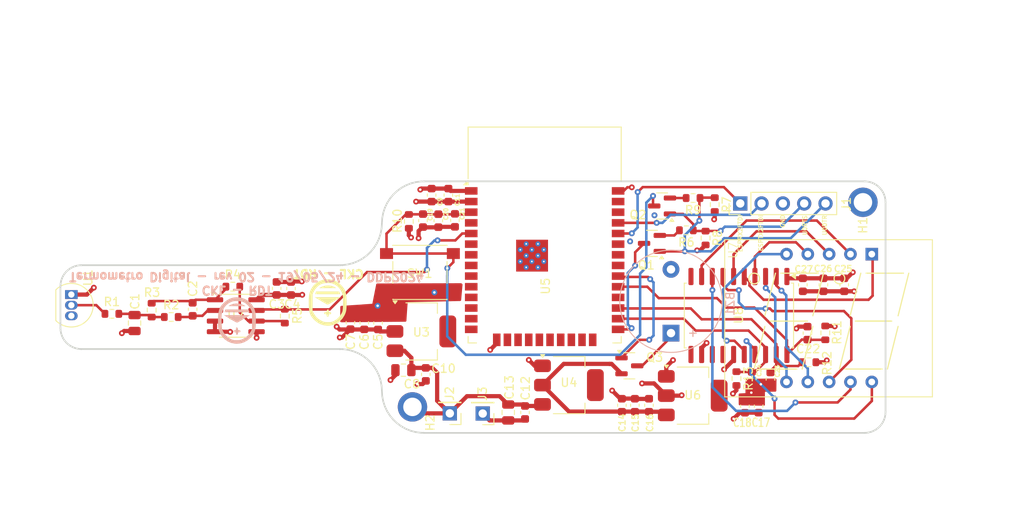
<source format=kicad_pcb>
(kicad_pcb (version 20240108) (generator "pcbnew") (generator_version "8.0")
  (title_block (title "PCB Termometro") (date "2024-05-14") (rev "01") (company "UCU") (comment 1 "Renzo Di Tomasso - Christian Klein"))
  (layers (0 "F.Cu" signal "F.Signal") (1 "In1.Cu" power "GND") (2 "In2.Cu" power "PWR") (31 "B.Cu" signal "B.Signal") (34 "B.Paste" user) (35 "F.Paste" user) (36 "B.SilkS" user "B.Silkscreen") (37 "F.SilkS" user "F.Silkscreen") (38 "B.Mask" user) (39 "F.Mask" user) (44 "Edge.Cuts" user))
  (net 0 "")
  (net 1 "GND")
  (net 2 "Net-(BZ1-+)")
  (net 3 "Net-(C1-Pad1)")
  (net 4 "Net-(U2A--)")
  (net 5 "Net-(C2-Pad1)")
  (net 6 "+5V")
  (net 7 "VDD")
  (net 8 "/BZ")
  (net 9 "/EN")
  (net 10 "/STB")
  (net 11 "/CLK")
  (net 12 "/DIN")
  (net 13 "Net-(Q1-B)")
  (net 14 "/BOOT")
  (net 15 "/U0DTR")
  (net 16 "/U0RTS")
  (net 17 "Net-(Q2-B)")
  (net 18 "/GATEQ3")
  (net 19 "Net-(U1-V_{OUT})")
  (net 20 "Net-(U2B--)")
  (net 21 "/SENSOR_VN")
  (net 28 "/ESPTX2FTDI")
  (net 37 "/ESPRX2FTDI")
  (net 49 "Net-(U7-E)")
  (net 50 "Net-(U7-DP)")
  (net 51 "Net-(U7-C)")
  (net 52 "Net-(U7-DIG1)")
  (net 53 "Net-(U7-F)")
  (net 54 "Net-(U7-DIG2)")
  (net 55 "Net-(U7-D)")
  (net 56 "Net-(U7-B)")
  (net 57 "Net-(U7-A)")
  (net 58 "Net-(U7-G)")
  (net 63 "Net-(J2-Pin_1)")
  (footprint "Resistor_SMD:R_0603_1608Metric" (layer "F.Cu") (at 74.71 90.275 -90)
    (property "Reference" "R10")
    (property "Value" "10k")
  )
  (footprint "Capacitor_SMD:C_0603_1608Metric" (layer "F.Cu") (at 124.1 97.84 -90)
    (property "Reference" "C26")
    (property "Value" "100n" (hide yes))
  )
  (footprint "Package_SO:SOIC-20W_7.5x12.8mm_P1.27mm" (layer "F.Cu") (at 114.035 101.5 -90)
    (property "Reference" "U8")
    (property "Value" "TM1620")
  )
  (footprint "Capacitor_SMD:C_0603_1608Metric" (layer "F.Cu") (at 76.73 108.52 -90)
    (property "Reference" "C10")
    (property "Value" "100n")
  )
  (footprint "Resistor_SMD:R_0603_1608Metric" (layer "F.Cu") (at 59.93 101.58 90)
    (property "Reference" "R5")
    (property "Value" "10k")
  )
  (footprint "Capacitor_SMD:C_0603_1608Metric" (layer "F.Cu") (at 60.67 98.28 90)
    (property "Reference" "C4")
    (property "Value" "100n")
  )
  (footprint "Capacitor_SMD:C_0603_1608Metric" (layer "F.Cu") (at 71.04 102.39 90)
    (property "Reference" "C5")
    (property "Value" "10u")
  )
  (footprint "Resistor_SMD:R_0603_1608Metric" (layer "F.Cu") (at 110.06 92.26 -90)
    (property "Reference" "R8")
    (property "Value" "10k")
  )
  (footprint "Resistor_SMD:R_0603_1608Metric" (layer "F.Cu") (at 39.33 101.3)
    (property "Reference" "R1")
    (property "Value" "820")
  )
  (footprint "Capacitor_SMD:C_0603_1608Metric" (layer "F.Cu") (at 76.39 90.18 -90)
    (property "Reference" "C19")
    (property "Value" "1u")
  )
  (footprint "Capacitor_SMD:C_0603_1608Metric" (layer "F.Cu") (at 58.96 98.27 90)
    (property "Reference" "C3")
    (property "Value" "100n")
  )
  (footprint "Capacitor_SMD:C_0603_1608Metric" (layer "F.Cu") (at 80.2 90.15 -90)
    (property "Reference" "C21")
    (property "Value" "10u")
  )
  (footprint "Resistor_SMD:R_0603_1608Metric" (layer "F.Cu") (at 124.325 103.575 90)
    (property "Reference" "R11")
    (property "Value" "5k6")
  )
  (footprint "Capacitor_SMD:C_0603_1608Metric" (layer "F.Cu") (at 69.395 102.38 90)
    (property "Reference" "C6")
    (property "Value" "100n")
  )
  (footprint "Capacitor_SMD:C_0805_2012Metric" (layer "F.Cu") (at 86.55 113.0625 -90)
    (property "Reference" "C13")
    (property "Value" "47u")
  )
  (footprint "Resistor_SMD:R_0603_1608Metric" (layer "F.Cu") (at 107.77 91.34 180)
    (property "Reference" "R6")
    (property "Value" "10k")
  )
  (footprint "Connector_PinHeader_2.54mm:PinHeader_1x01_P2.54mm_Vertical" (layer "F.Cu") (at 79.59 113.17 180)
    (property "Reference" "J2")
    (property "Value" "Vbat")
  )
  (footprint "Resistor_SMD:R_0603_1608Metric" (layer "F.Cu") (at 108.57 87.49 180)
    (property "Reference" "R9")
    (property "Value" "10k")
  )
  (footprint "Capacitor_SMD:C_0603_1608Metric" (layer "F.Cu") (at 78.22 90.19 -90)
    (property "Reference" "C20")
    (property "Value" "100n")
  )
  (footprint "Resistor_SMD:R_0603_1608Metric" (layer "F.Cu") (at 111.15 88.27 -90)
    (property "Reference" "R7")
    (property "Value" "10k")
  )
  (footprint "Package_TO_SOT_SMD:SOT-23" (layer "F.Cu") (at 100.98 107.5)
    (property "Reference" "Q3")
    (property "Value" "BSS84")
  )
  (footprint "Package_TO_SOT_SMD:SOT-223" (layer "F.Cu") (at 76.2 103.4)
    (property "Reference" "U3")
    (property "Value" "AMS1117-5.0")
  )
  (footprint "obligatorio:DISPLAYLEDS" (layer "F.Cu") (at 125.7 101.58 -90)
    (property "Reference" "U7")
    (property "Value" "SN440502N")
  )
  (footprint "Package_SO:SOIC-8_3.9x4.9mm_P1.27mm" (layer "F.Cu") (at 54.09 101.53)
    (property "Reference" "U2")
    (property "Value" "TL072")
  )
  (footprint "Resistor_SMD:R_0603_1608Metric" (layer "F.Cu") (at 122.375 107.075)
    (property "Reference" "R12")
    (property "Value" "5k6")
  )
  (footprint "Capacitor_SMD:C_0603_1608Metric" (layer "F.Cu") (at 115.57 109.01 -90)
    (property "Reference" "C24")
    (property "Value" "100p")
  )
  (footprint "Connector_PinHeader_2.54mm:PinHeader_1x05_P2.54mm_Vertical" (layer "F.Cu") (at 114.19 88.14 90)
    (property "Reference" "J1")
    (property "Value" "PROG")
  )
  (footprint "Capacitor_SMD:C_0603_1608Metric" (layer "F.Cu") (at 67.75 102.35 90)
    (property "Reference" "C7")
    (property "Value" "10u")
  )
  (footprint "Capacitor_SMD:C_0603_1608Metric" (layer "F.Cu") (at 101.64 112.2 90)
    (property "Reference" "C15")
    (property "Value" "10u")
  )
  (footprint "Package_TO_SOT_SMD:SOT-23" (layer "F.Cu") (at 104.88 88.44 180)
    (property "Reference" "Q2")
    (property "Value" "S8050")
  )
  (footprint "MountingHole:MountingHole_2.2mm_M2_ISO7380_Pad" (layer "F.Cu") (at 75.14 112.4 180)
    (property "Reference" "H2")
    (property "Value" "Vbat")
  )
  (footprint "Capacitor_SMD:C_0603_1608Metric" (layer "F.Cu") (at 116.38 112.31 90)
    (property "Reference" "C17")
    (property "Value" "100n")
  )
  (footprint "Capacitor_SMD:C_0603_1608Metric" (layer "F.Cu") (at 88.55 113.0625 -90)
    (property "Reference" "C12")
    (property "Value" "100n")
  )
  (footprint "Connector_PinHeader_2.54mm:PinHeader_1x01_P2.54mm_Vertical" (layer "F.Cu") (at 83.51 113.19 180)
    (property "Reference" "J3")
    (property "Value" "Gnd")
  )
  (footprint "Capacitor_SMD:C_0603_1608Metric" (layer "F.Cu") (at 126.58 97.84 -90)
    (property "Reference" "C25")
    (property "Value" "10u")
  )
  (footprint "Button_Switch_SMD:SW_SPST_PTS645" (layer "F.Cu") (at 76.03 96.36)
    (property "Reference" "SW1")
    (property "Value" "Reset")
  )
  (footprint "Package_TO_SOT_THT:TO-92_Inline" (layer "F.Cu") (at 34.5 99 -90)
    (property "Reference" "U1")
    (property "Value" "LM35-LP")
  )
  (footprint "MountingHole:MountingHole_2.2mm_M2_ISO7380_Pad" (layer "F.Cu") (at 128.81 88 180)
    (property "Reference" "H1")
    (property "Value" "GND")
  )
  (footprint "Package_TO_SOT_SMD:SOT-223" (layer "F.Cu") (at 93.78 109.8)
    (property "Reference" "U4")
    (property "Value" "AMS1117-5.0")
  )
  (footprint "Package_TO_SOT_SMD:SOT-23" (layer "F.Cu") (at 103.67 92.9 180)
    (property "Reference" "Q1")
    (property "Value" "S8050")
  )
  (footprint "Capacitor_SMD:C_0603_1608Metric" (layer "F.Cu") (at 100.09 112.2 90)
    (property "Reference" "C14")
    (property "Value" "100n")
  )
  (footprint "Resistor_SMD:R_0603_1608Metric" (layer "F.Cu") (at 53.74 98.06)
    (property "Reference" "R4")
    (property "Value" "10k")
  )
  (footprint "Package_TO_SOT_SMD:SOT-223" (layer "F.Cu") (at 108.53 111.0575)
    (property "Reference" "U6")
    (property "Value" "AMS1117-3.3")
  )
  (footprint "Capacitor_SMD:C_0603_1608Metric" (layer "F.Cu") (at 117.79 109.07 -90)
    (property "Reference" "C23")
    (property "Value" "100p")
  )
  (footprint "Capacitor_SMD:C_0603_1608Metric" (layer "F.Cu") (at 77.42 87.14 90)
    (property "Reference" "C9")
    (property "Value" "100n")
  )
  (footprint "Capacitor_SMD:C_0805_2012Metric" (layer "F.Cu") (at 74.06 108.02 180)
    (property "Reference" "C8")
    (property "Value" "47u")
  )
  (footprint "Capacitor_SMD:C_0603_1608Metric" (layer "F.Cu") (at 103.32 112.2 90)
    (property "Reference" "C16")
    (property "Value" "10u")
  )
  (footprint "RF_Module:ESP32-WROOM-32D" (layer "F.Cu") (at 90.89 94.89)
    (property "Reference" "U5")
    (property "Value" "ESP32-WROOM-32E")
  )
  (footprint "Capacitor_SMD:C_0805_2012Metric" (layer "F.Cu") (at 42.03 102.4 -90)
    (property "Reference" "C1")
    (property "Value" "33u")
  )
  (footprint "Resistor_SMD:R_0603_1608Metric" (layer "F.Cu") (at 46.4 101.68)
    (property "Reference" "R2")
    (property "Value" "5k6")
  )
  (footprint "Capacitor_SMD:C_0603_1608Metric" (layer "F.Cu") (at 122.2 103.6 90)
    (property "Reference" "C22")
    (property "Value" "100p")
  )
  (footprint "Capacitor_SMD:C_0603_1608Metric" (layer "F.Cu") (at 114.75 112.32 90)
    (property "Reference" "C18")
    (property "Value" "10u")
  )
  (footprint "Resistor_SMD:R_0603_1608Metric" (layer "F.Cu") (at 113.74 109.02 -90)
    (property "Reference" "R13")
    (property "Value" "5k6")
  )
  (footprint "Capacitor_SMD:C_0603_1608Metric" (layer "F.Cu") (at 48.95 100.76 -90)
    (property "Reference" "C2")
    (property "Value" "680n")
  )
  (footprint "Capacitor_SMD:C_0603_1608Metric" (layer "F.Cu") (at 79.42 87.14 90)
    (property "Reference" "C11")
    (property "Value" "10u")
  )
  (footprint "Capacitor_SMD:C_0603_1608Metric" (layer "F.Cu") (at 121.65 97.84 -90)
    (property "Reference" "C27")
    (property "Value" "10u")
  )
  (footprint "LogoUCU:logoUCU" (layer "F.Cu") (at 65.06321 99.989782 180)
    (property "Reference" "G***" (hide yes))
    (property "Value" "LOGO" (hide yes))
  )
  (footprint "Resistor_SMD:R_0603_1608Metric" (layer "F.Cu") (at 44.07 100.86 90)
    (property "Reference" "R3")
    (property "Value" "8k2")
  )
  (footprint "Buzzer_Beeper:Buzzer_12x9.5RM7.6" (layer "B.Cu") (at 105.94 103.6 90)
    (property "Reference" "BZ1")
    (property "Value" "Buzzer")
  )
  (footprint "LogoUCU:logoUCU" (layer "B.Cu") (at 54.205124 102.139782)
    (property "Reference" "G***" (hide yes))
    (property "Value" "LOGO" (hide yes))
  )
  (gr_line (start 68.0451 105.74471) (end 68.6289 105.97586) (stroke (width 0.2)) (layer "Edge.Cuts"))
  (gr_line (start 73.8209 86.2784) (end 73.3129 86.6474) (stroke (width 0.2)) (layer "Edge.Cuts"))
  (gr_line (start 71.5394 111.1267) (end 71.6571 111.7434) (stroke (width 0.2)) (layer "Edge.Cuts"))
  (gr_line (start 71.8511 112.3406) (end 72.1185 112.9088) (stroke (width 0.2)) (layer "Edge.Cuts"))
  (gr_line (start 71.4606 91.12668) (end 71.3429 91.74345) (stroke (width 0.2)) (layer "Edge.Cuts"))
  (gr_line (start 34.36123 95.88919) (end 34.107233 96.07373) (stroke (width 0.2)) (layer "Edge.Cuts"))
  (gr_line (start 35.7008 105.5) (end 66.5 105.5) (stroke (width 0.2)) (layer "Edge.Cuts"))
  (gr_line (start 33.678248 96.53055) (end 33.510019 96.79562) (stroke (width 0.2)) (layer "Edge.Cuts"))
  (gr_line (start 66.5 95.5) (end 35.7008 95.5) (stroke (width 0.2)) (layer "Edge.Cuts"))
  (gr_line (start 131.0241 86.5305) (end 130.824 86.2886) (stroke (width 0.2)) (layer "Edge.Cuts"))
  (gr_line (start 75.5631 85.5886) (end 74.9549 85.7447) (stroke (width 0.2)) (layer "Edge.Cuts"))
  (gr_line (start 33.878367 104.71136) (end 34.107233 104.92627) (stroke (width 0.2)) (layer "Edge.Cuts"))
  (gr_line (start 35.7008 105.49506) (end 35.7008 105.5) (stroke (width 0.2)) (layer "Edge.Cuts"))
  (gr_line (start 69.1791 94.72165) (end 68.6289 95.02414) (stroke (width 0.2)) (layer "Edge.Cuts"))
  (gr_line (start 66.8139 95.49014) (end 66.5 95.49014) (stroke (width 0.2)) (layer "Edge.Cuts"))
  (gr_line (start 130.066 115.2621) (end 130.3412 115.1108) (stroke (width 0.2)) (layer "Edge.Cuts"))
  (gr_line (start 130.5951 86.0737) (end 130.3412 85.8892) (stroke (width 0.2)) (layer "Edge.Cuts"))
  (gr_line (start 129 115.5) (end 129 115.4951) (stroke (width 0.2)) (layer "Edge.Cuts"))
  (gr_line (start 66.5 105.50986) (end 66.8139 105.50986) (stroke (width 0.2)) (layer "Edge.Cuts"))
  (gr_line (start 131.1924 86.7956) (end 131.0241 86.5305) (stroke (width 0.2)) (layer "Edge.Cuts"))
  (gr_line (start 76.5 85.5099) (end 76.186 85.5099) (stroke (width 0.2)) (layer "Edge.Cuts"))
  (gr_line (start 72.8551 87.0773) (end 72.4549 87.5611) (stroke (width 0.2)) (layer "Edge.Cuts"))
  (gr_line (start 33.2008 103) (end 33.220499 103.31332) (stroke (width 0.2)) (layer "Edge.Cuts"))
  (gr_line (start 76.5 85.5) (end 76.5 85.5099) (stroke (width 0.2)) (layer "Edge.Cuts"))
  (gr_line (start 74.9549 85.7447) (end 74.3711 85.9759) (stroke (width 0.2)) (layer "Edge.Cuts"))
  (gr_line (start 33.376352 97.0797) (end 33.279337 97.37828) (stroke (width 0.2)) (layer "Edge.Cuts"))
  (gr_line (start 74.3711 85.9759) (end 73.8209 86.2784) (stroke (width 0.2)) (layer "Edge.Cuts"))
  (gr_line (start 70.1448 107.07726) (end 70.5451 107.56107) (stroke (width 0.2)) (layer "Edge.Cuts"))
  (gr_line (start 33.678248 104.46945) (end 33.878367 104.71136) (stroke (width 0.2)) (layer "Edge.Cuts"))
  (gr_line (start 68.0451 95.25529) (end 67.4369 95.41144) (stroke (width 0.2)) (layer "Edge.Cuts"))
  (gr_line (start 130.824 114.7114) (end 131.0241 114.4695) (stroke (width 0.2)) (layer "Edge.Cuts"))
  (gr_line (start 131.423 87.3783) (end 131.326 87.0797) (stroke (width 0.2)) (layer "Edge.Cuts"))
  (gr_line (start 34.107233 104.92627) (end 34.36123 105.11081) (stroke (width 0.2)) (layer "Edge.Cuts"))
  (gr_line (start 71.8511 88.6594) (end 71.6571 89.2566) (stroke (width 0.2)) (layer "Edge.Cuts"))
  (gr_line (start 72.8551 113.9227) (end 73.3129 114.3526) (stroke (width 0.2)) (layer "Edge.Cuts"))
  (gr_line (start 34.63635 105.26205) (end 34.92825 105.37764) (stroke (width 0.2)) (layer "Edge.Cuts"))
  (gr_line (start 68.6289 105.97586) (end 69.1791 106.27835) (stroke (width 0.2)) (layer "Edge.Cuts"))
  (gr_line (start 71.6571 89.2566) (end 71.5394 89.8733) (stroke (width 0.2)) (layer "Edge.Cuts"))
  (gr_line (start 131.326 87.0797) (end 131.1924 86.7956) (stroke (width 0.2)) (layer "Edge.Cuts"))
  (gr_line (start 131.423 113.6217) (end 131.4819 113.3133) (stroke (width 0.2)) (layer "Edge.Cuts"))
  (gr_line (start 130.3412 85.8892) (end 130.066 85.7379) (stroke (width 0.2)) (layer "Edge.Cuts"))
  (gr_line (start 33.279337 97.37828) (end 33.220499 97.68668) (stroke (width 0.2)) (layer "Edge.Cuts"))
  (gr_line (start 68.6289 95.02414) (end 68.0451 95.25529) (stroke (width 0.2)) (layer "Edge.Cuts"))
  (gr_line (start 70.8815 92.90878) (end 70.5451 93.43893) (stroke (width 0.2)) (layer "Edge.Cuts"))
  (gr_line (start 34.63635 95.73795) (end 34.36123 95.88919) (stroke (width 0.2)) (layer "Edge.Cuts"))
  (gr_line (start 33.220499 103.31332) (end 33.279337 103.62172) (stroke (width 0.2)) (layer "Edge.Cuts"))
  (gr_line (start 129.1586 115.4951) (end 129.47 115.4557) (stroke (width 0.2)) (layer "Edge.Cuts"))
  (gr_line (start 73.3129 114.3526) (end 73.8209 114.7216) (stroke (width 0.2)) (layer "Edge.Cuts"))
  (gr_line (start 70.1448 93.92274) (end 69.6871 94.35257) (stroke (width 0.2)) (layer "Edge.Cuts"))
  (gr_line (start 76.186 85.5099) (end 75.5631 85.5886) (stroke (width 0.2)) (layer "Edge.Cuts"))
  (gr_line (start 33.878367 96.28864) (end 33.678248 96.53055) (stroke (width 0.2)) (layer "Edge.Cuts"))
  (gr_line (start 74.9549 115.2553) (end 75.5631 115.4114) (stroke (width 0.2)) (layer "Edge.Cuts"))
  (gr_line (start 66.5 95.49014) (end 66.5 95.5) (stroke (width 0.2)) (layer "Edge.Cuts"))
  (gr_line (start 72.1185 112.9088) (end 72.4549 113.4389) (stroke (width 0.2)) (layer "Edge.Cuts"))
  (gr_line (start 67.4369 105.58856) (end 68.0451 105.74471) (stroke (width 0.2)) (layer "Edge.Cuts"))
  (gr_line (start 129.47 115.4557) (end 129.7741 115.3776) (stroke (width 0.2)) (layer "Edge.Cuts"))
  (gr_line (start 130.824 86.2886) (end 130.5951 86.0737) (stroke (width 0.2)) (layer "Edge.Cuts"))
  (gr_line (start 131.326 113.9203) (end 131.423 113.6217) (stroke (width 0.2)) (layer "Edge.Cuts"))
  (gr_line (start 71.4606 109.87332) (end 71.5394 111.1267) (stroke (width 0.2)) (layer "Edge.Cuts"))
  (gr_line (start 130.5951 114.9263) (end 130.824 114.7114) (stroke (width 0.2)) (layer "Edge.Cuts"))
  (gr_line (start 35.23234 105.4557) (end 35.54382 105.49506) (stroke (width 0.2)) (layer "Edge.Cuts"))
  (gr_line (start 131.4819 113.3133) (end 131.5016 113) (stroke (width 0.2)) (layer "Edge.Cuts"))
  (gr_line (start 131.0241 114.4695) (end 131.1924 114.2044) (stroke (width 0.2)) (layer "Edge.Cuts"))
  (gr_line (start 35.7008 95.5) (end 35.7008 95.50494) (stroke (width 0.2)) (layer "Edge.Cuts"))
  (gr_line (start 129.7741 85.6224) (end 129.47 85.5443) (stroke (width 0.2)) (layer "Edge.Cuts"))
  (gr_line (start 33.510019 96.79562) (end 33.376352 97.0797) (stroke (width 0.2)) (layer "Edge.Cuts"))
  (gr_line (start 33.2008 98) (end 33.2008 103) (stroke (width 0.2)) (layer "Edge.Cuts"))
  (gr_line (start 34.92825 105.37764) (end 35.23234 105.4557) (stroke (width 0.2)) (layer "Edge.Cuts"))
  (gr_line (start 129 115.4951) (end 129.1586 115.4951) (stroke (width 0.2)) (layer "Edge.Cuts"))
  (gr_line (start 131.5016 88) (end 131.4819 87.6867) (stroke (width 0.2)) (layer "Edge.Cuts"))
  (gr_line (start 130.3412 115.1108) (end 130.5951 114.9263) (stroke (width 0.2)) (layer "Edge.Cuts"))
  (gr_line (start 76.5 115.5) (end 129 115.5) (stroke (width 0.2)) (layer "Edge.Cuts"))
  (gr_line (start 71.1489 92.34064) (end 70.8815 92.90878) (stroke (width 0.2)) (layer "Edge.Cuts"))
  (gr_line (start 35.7008 95.50494) (end 35.54382 95.50494) (stroke (width 0.2)) (layer "Edge.Cuts"))
  (gr_line (start 75.5631 115.4114) (end 76.186 115.4901) (stroke (width 0.2)) (layer "Edge.Cuts"))
  (gr_line (start 76.186 115.4901) (end 76.5 115.4901) (stroke (width 0.2)) (layer "Edge.Cuts"))
  (gr_line (start 66.5 105.5) (end 66.5 105.50986) (stroke (width 0.2)) (layer "Edge.Cuts"))
  (gr_line (start 71.3429 91.74345) (end 71.1489 92.34064) (stroke (width 0.2)) (layer "Edge.Cuts"))
  (gr_line (start 70.5451 93.43893) (end 70.1448 93.92274) (stroke (width 0.2)) (layer "Edge.Cuts"))
  (gr_line (start 69.6871 94.35257) (end 69.1791 94.72165) (stroke (width 0.2)) (layer "Edge.Cuts"))
  (gr_line (start 70.8815 108.09122) (end 71.1489 108.65936) (stroke (width 0.2)) (layer "Edge.Cuts"))
  (gr_line (start 33.376352 103.9203) (end 33.510019 104.20438) (stroke (width 0.2)) (layer "Edge.Cuts"))
  (gr_line (start 69.6871 106.64743) (end 70.1448 107.07726) (stroke (width 0.2)) (layer "Edge.Cuts"))
  (gr_line (start 129 85.5) (end 76.5 85.5) (stroke (width 0.2)) (layer "Edge.Cuts"))
  (gr_line (start 33.279337 103.62172) (end 33.376352 103.9203) (stroke (width 0.2)) (layer "Edge.Cuts"))
  (gr_line (start 73.3129 86.6474) (end 72.8551 87.0773) (stroke (width 0.2)) (layer "Edge.Cuts"))
  (gr_line (start 70.5451 107.56107) (end 70.8815 108.09122) (stroke (width 0.2)) (layer "Edge.Cuts"))
  (gr_line (start 72.4549 87.5611) (end 72.1185 88.0912) (stroke (width 0.2)) (layer "Edge.Cuts"))
  (gr_line (start 66.8139 105.50986) (end 67.4369 105.58856) (stroke (width 0.2)) (layer "Edge.Cuts"))
  (gr_line (start 74.3711 115.0241) (end 74.9549 115.2553) (stroke (width 0.2)) (layer "Edge.Cuts"))
  (gr_line (start 129.47 85.5443) (end 129.1586 85.5049) (stroke (width 0.2)) (layer "Edge.Cuts"))
  (gr_line (start 69.1791 106.27835) (end 69.6871 106.64743) (stroke (width 0.2)) (layer "Edge.Cuts"))
  (gr_line (start 76.5 115.4901) (end 76.5 115.5) (stroke (width 0.2)) (layer "Edge.Cuts"))
  (gr_line (start 71.1489 108.65936) (end 71.3429 109.25655) (stroke (width 0.2)) (layer "Edge.Cuts"))
  (gr_line (start 71.3429 109.25655) (end 71.4606 109.87332) (stroke (width 0.2)) (layer "Edge.Cuts"))
  (gr_line (start 34.92825 95.62236) (end 34.63635 95.73795) (stroke (width 0.2)) (layer "Edge.Cuts"))
  (gr_line (start 129 85.5049) (end 129 85.5) (stroke (width 0.2)) (layer "Edge.Cuts"))
  (gr_line (start 131.4819 87.6867) (end 131.423 87.3783) (stroke (width 0.2)) (layer "Edge.Cuts"))
  (gr_line (start 71.6571 111.7434) (end 71.8511 112.3406) (stroke (width 0.2)) (layer "Edge.Cuts"))
  (gr_line (start 71.5394 89.8733) (end 71.4606 91.12668) (stroke (width 0.2)) (layer "Edge.Cuts"))
  (gr_line (start 129.7741 115.3776) (end 130.066 115.2621) (stroke (width 0.2)) (layer "Edge.Cuts"))
  (gr_line (start 33.220499 97.68668) (end 33.2008 98) (stroke (width 0.2)) (layer "Edge.Cuts"))
  (gr_line (start 73.8209 114.7216) (end 74.3711 115.0241) (stroke (width 0.2)) (layer "Edge.Cuts"))
  (gr_line (start 35.54382 105.49506) (end 35.7008 105.49506) (stroke (width 0.2)) (layer "Edge.Cuts"))
  (gr_line (start 131.1924 114.2044) (end 131.326 113.9203) (stroke (width 0.2)) (layer "Edge.Cuts"))
  (gr_line (start 34.36123 105.11081) (end 34.63635 105.26205) (stroke (width 0.2)) (layer "Edge.Cuts"))
  (gr_line (start 67.4369 95.41144) (end 66.8139 95.49014) (stroke (width 0.2)) (layer "Edge.Cuts"))
  (gr_line (start 33.510019 104.20438) (end 33.678248 104.46945) (stroke (width 0.2)) (layer "Edge.Cuts"))
  (gr_line (start 129.1586 85.5049) (end 129 85.5049) (stroke (width 0.2)) (layer "Edge.Cuts"))
  (gr_line (start 35.23234 95.5443) (end 34.92825 95.62236) (stroke (width 0.2)) (layer "Edge.Cuts"))
  (gr_line (start 34.107233 96.07373) (end 33.878367 96.28864) (stroke (width 0.2)) (layer "Edge.Cuts"))
  (gr_line (start 131.5016 113) (end 131.5016 88) (stroke (width 0.2)) (layer "Edge.Cuts"))
  (gr_line (start 130.066 85.7379) (end 129.7741 85.6224) (stroke (width 0.2)) (layer "Edge.Cuts"))
  (gr_line (start 72.1185 88.0912) (end 71.8511 88.6594) (stroke (width 0.2)) (layer "Edge.Cuts"))
  (gr_line (start 35.54382 95.50494) (end 35.23234 95.5443) (stroke (width 0.2)) (layer "Edge.Cuts"))
  (gr_line (start 72.4549 113.4389) (end 72.8551 113.9227) (stroke (width 0.2)) (layer "Edge.Cuts"))
  (gr_text "				CKL - RDT\nTermometro Digital - rev 02 - 19/05/24 - DDP2024" (at 34.12976 96.3 180) (layer "B.SilkS") (effects (font (size 1 1) (thickness 0.25) (bold yes)) (justify left bottom mirror)))
  (gr_text "CKL - RDT" (at 69.48 95.94 180) (layer "F.SilkS") (effects (font (size 1 1) (thickness 0.25) (bold yes)) (justify left bottom)))
  (segment (start 60.585 97.44) (end 60.52 97.505) (width 0.5) (layer "F.Cu") (net 1))
  (segment (start 60.735 97.44) (end 60.67 97.505) (width 0.5) (layer "F.Cu") (net 1))
  (segment (start 56.565 103.435) (end 56.565 104.155) (width 0.5) (layer "F.Cu") (net 1))
  (segment (start 61.895 97.505) (end 61.96 97.44) (width 0.5) (layer "F.Cu") (net 1))
  (segment (start 75.87 91.43) (end 76.315 90.985) (width 0.5) (layer "F.Cu") (net 1))
  (segment (start 73.11 108.02) (end 73.11 108.61) (width 0.5) (layer "F.Cu") (net 1))
  (segment (start 101.269426 86.215021) (end 100.734979 86.215021) (width 0.3) (layer "F.Cu") (net 1))
  (segment (start 53.405 103.435) (end 53.42 103.45) (width 0.5) (layer "F.Cu") (net 1))
  (segment (start 118.94 88.29) (end 118.61 88.29) (width 0.3) (layer "F.Cu") (net 1))
  (segment (start 122.2 102.825) (end 121.1 102.825) (width 0.5) (layer "F.Cu") (net 1))
  (segment (start 89 106.8) (end 89.7 107.5) (width 0.5) (layer "F.Cu") (net 1))
  (segment (start 85.18 104.4) (end 85.18 104.82) (width 0.5) (layer "F.Cu") (net 1))
  (segment (start 79.42 86.365) (end 77.42 86.365) (width 0.5) (layer "F.Cu") (net 1))
  (segment (start 112.26 107.93) (end 113.4 106.79) (width 0.5) (layer "F.Cu") (net 1))
  (segment (start 80.2 90.925) (end 77.935 90.925) (width 0.5) (layer "F.Cu") (net 1))
  (segment (start 42.03 103.35) (end 40.78 103.35) (width 0.5) (layer "F.Cu") (net 1))
  (segment (start 99.905 111.425) (end 98.93 110.45) (width 0.5) (layer "F.Cu") (net 1))
  (segment (start 86.55 114.0125) (end 88.375 114.0125) (width 0.5) (layer "F.Cu") (net 1))
  (segment (start 109.59 105.36) (end 110.18 104.77) (width 0.5) (layer "F.Cu") (net 1))
  (segment (start 61.96 97.44) (end 60.735 97.44) (width 0.5) (layer "F.Cu") (net 1))
  (segment (start 101.68 111.405) (end 100.09 111.405) (width 0.5) (layer "F.Cu") (net 1))
  (segment (start 100.09 111.425) (end 99.905 111.425) (width 0.5) (layer "F.Cu") (net 1))
  (segment (start 103.29 111.445) (end 101.72 111.445) (width 0.5) (layer "F.Cu") (net 1))
  (segment (start 60.51 97.495) (end 60.52 97.505) (width 0.5) (layer "F.Cu") (net 1))
  (segment (start 51.615 103.435) (end 53.405 103.435) (width 0.5) (layer "F.Cu") (net 1))
  (segment (start 58.97 97.505) (end 58.96 97.495) (width 0.5) (layer "F.Cu") (net 1))
  (segment (start 100.734979 86.215021) (end 100.31 86.64) (width 0.3) (layer "F.Cu") (net 1))
  (segment (start 84.3325 114.0125) (end 83.51 113.19) (width 0.5) (layer "F.Cu") (net 1))
  (segment (start 77.935 90.925) (end 77.905 90.955) (width 0.5) (layer "F.Cu") (net 1))
  (segment (start 75.71 109.68) (end 76.345 109.68) (width 0.5) (layer "F.Cu") (net 1))
  (segment (start 51.615 102.165) (end 51.615 103.435) (width 0.5) (layer "F.Cu") (net 1))
  (segment (start 73.11 108.61) (end 72.52 109.2) (width 0.5) (layer "F.Cu") (net 1))
  (segment (start 79.325 86.49) (end 79.28 86.535) (width 0.5) (layer "F.Cu") (net 1))
  (segment (start 72.535 101.615) (end 73.05 101.1) (width 0.5) (layer "F.Cu") (net 1))
  (segment (start 117.88 109.785) (end 117.89 109.795) (width 0.2) (layer "F.Cu") (net 1))
  (segment (start 76.195 86.365) (end 77.42 86.365) (width 0.5) (layer "F.Cu") (net 1))
  (segment (start 121.1 102.825) (end 120.875 103.05) (width 0.5) (layer "F.Cu") (net 1))
  (segment (start 124.1 98.615) (end 121.65 98.615) (width 0.5) (layer "F.Cu") (net 1))
  (segment (start 76.345 109.68) (end 76.73 109.295) (width 0.5) (layer "F.Cu") (net 1))
  (segment (start 60.67 97.505) (end 58.97 97.505) (width 0.5) (layer "F.Cu") (net 1))
  (segment (start 85.18 104.82) (end 84.4 105.6) (width 0.5) (layer "F.Cu") (net 1))
  (segment (start 86.55 114.0125) (end 84.3325 114.0125) (width 0.5) (layer "F.Cu") (net 1))
  (segment (start 89.7 107.5) (end 90.63 107.5) (width 0.5) (layer "F.Cu") (net 1))
  (segment (start 109.59 106.15) (end 109.59 105.36) (width 0.5) (layer "F.Cu") (net 1))
  (segment (start 56.565 104.155) (end 56.57 104.16) (width 0.5) (layer "F.Cu") (net 1))
  (segment (start 88.375 114.0125) (end 88.55 113.8375) (width 0.5) (layer "F.Cu") (net 1))
  (segment (start 79.695 86.64) (end 79.42 86.365) (width 0.5) (layer "F.Cu") (net 1))
  (segment (start 76.315 90.985) (end 77.67 90.985) (width 0.5) (layer "F.Cu") (net 1))
  (segment (start 113.4 106.79) (end 113.4 106.15) (width 0.5) (layer "F.Cu") (net 1))
  (segment (start 126.58 98.615) (end 124.1 98.615) (width 0.5) (layer "F.Cu") (net 1))
  (segment (start 82.14 86.64) (end 79.695 86.64) (width 0.5) (layer "F.Cu") (net 1))
  (segment (start 105.38 108.7575) (end 105.38 107.62) (width 0.5) (layer "F.Cu") (net 1))
  (segment (start 75.87 92.28) (end 75.87 91.43) (width 0.5) (layer "F.Cu") (net 1))
  (segment (start 105.38 107.62) (end 106.18 106.82) (width 0.5) (layer "F.Cu") (net 1))
  (segment (start 40.78 103.35) (end 40.52 103.61) (width 0.5) (layer "F.Cu") (net 1))
  (segment (start 127.76 98.615) (end 126.58 98.615) (width 0.5) (layer "F.Cu") (net 1))
  (segment (start 114.76 111.535) (end 114.75 111.545) (width 0.2) (layer "F.Cu") (net 1))
  (segment (start 76.07 86.49) (end 76.195 86.365) (width 0.5) (layer "F.Cu") (net 1))
  (segment (start 100.31 86.64) (end 99.64 86.64) (width 0.3) (layer "F.Cu") (net 1))
  (via (at 70.99 100.34) (size 0.7) (drill 0.3) (layers "F.Cu" "B.Cu") (net 1))
  (via micro (at 89 106.8) (size 0.7) (drill 0.3) (layers "F.Cu" "In1.Cu") (net 1))
  (via micro (at 75.71 109.68) (size 0.7) (drill 0.3) (layers "F.Cu" "In1.Cu") (net 1))
  (via micro (at 75.87 92.28) (size 0.7) (drill 0.3) (layers "F.Cu" "In1.Cu") (net 1))
  (via micro (at 120.875 103.05) (size 0.7) (drill 0.3) (layers "F.Cu" "In1.Cu") (net 1))
  (via micro (at 84.4 105.6) (size 0.7) (drill 0.3) (layers "F.Cu" "In1.Cu") (net 1))
  (via micro (at 98.93 110.45) (size 0.7) (drill 0.3) (layers "F.Cu" "In1.Cu") (net 1))
  (via micro (at 40.52 103.61) (size 0.7) (drill 0.3) (layers "F.Cu" "In1.Cu") (net 1))
  (via (at 101.07 92.66) (size 0.7) (drill 0.3) (layers "F.Cu" "B.Cu") (net 1))
  (via (at 103.97 89.55) (size 0.7) (drill 0.3) (layers "F.Cu" "B.Cu") (net 1))
  (via micro (at 127.76 98.615) (size 0.7) (drill 0.3) (layers "F.Cu" "In1.Cu") (net 1))
  (via (at 77.75 98.75) (size 0.7) (drill 0.3) (layers "F.Cu" "B.Cu") (net 1))
  (via micro (at 116.65 109.7) (size 0.7) (drill 0.3) (layers "F.Cu" "In1.Cu") (net 1))
  (via micro (at 76.07 86.49) (size 0.7) (drill 0.3) (layers "F.Cu" "In1.Cu") (net 1))
  (via micro (at 56.57 104.16) (size 0.7) (drill 0.3) (layers "F.Cu" "In1.Cu") (net 1))
  (via micro (at 110.18 104.77) (size 0.7) (drill 0.3) (layers "F.Cu" "In1.Cu") (net 1))
  (via micro (at 72.52 109.2) (size 0.7) (drill 0.3) (layers "F.Cu" "In1.Cu") (net 1))
  (via micro (at 101.269426 86.215021) (size 0.7) (drill 0.3) (layers "F.Cu" "In1.Cu") (net 1))
  (via micro (at 106.18 106.82) (size 0.7) (drill 0.3) (layers "F.Cu" "In1.Cu") (net 1))
  (via micro (at 61.96 97.44) (size 0.7) (drill 0.3) (layers "F.Cu" "In1.Cu") (net 1))
  (via micro (at 115.51 110.7) (size 0.7) (drill 0.3) (layers "F.Cu" "In1.Cu") (net 1))
  (via micro (at 53.42 103.45) (size 0.7) (drill 0.3) (layers "F.Cu" "In1.Cu") (net 1))
  (via micro (at 112.26 107.93) (size 0.7) (drill 0.3) (layers "F.Cu" "In1.Cu") (net 1))
  (segment (start 102.5 107.5) (end 105.94 104.06) (width 0.3) (layer "F.Cu") (net 2))
  (segment (start 105.94 104.06) (end 105.94 103.6) (width 0.3) (layer "F.Cu") (net 2))
  (segment (start 101.9175 107.5) (end 102.5 107.5) (width 0.3) (layer "F.Cu") (net 2))
  (segment (start 42.03 101.45) (end 43.835 101.45) (width 0.3) (layer "F.Cu") (net 3))
  (segment (start 41.88 101.3) (end 42.03 101.45) (width 0.3) (layer "F.Cu") (net 3))
  (segment (start 43.835 101.45) (end 44.07 101.685) (width 0.3) (layer "F.Cu") (net 3))
  (segment (start 45.57 101.685) (end 45.575 101.68) (width 0.3) (layer "F.Cu") (net 3))
  (segment (start 40.155 101.3) (end 41.88 101.3) (width 0.3) (layer "F.Cu") (net 3))
  (segment (start 44.07 101.685) (end 45.57 101.685) (width 0.3) (layer "F.Cu") (net 3))
  (segment (start 47.225 101.68) (end 48.805 101.68) (width 0.3) (layer "F.Cu") (net 4))
  (segment (start 50.115 101.535) (end 48.95 101.535) (width 0.3) (layer "F.Cu") (net 4))
  (segment (start 51.615 100.895) (end 50.755 100.895) (width 0.3) (layer "F.Cu") (net 4))
  (segment (start 50.755 100.895) (end 50.115 101.535) (width 0.3) (layer "F.Cu") (net 4))
  (segment (start 48.805 101.68) (end 48.95 101.535) (width 0.3) (layer "F.Cu") (net 4))
  (segment (start 51.615 99.625) (end 52.4 99.625) (width 0.3) (layer "F.Cu") (net 5))
  (segment (start 44.325 99.78) (end 48.745 99.78) (width 0.3) (layer "F.Cu") (net 5))
  (segment (start 51.615 99.625) (end 51.895 99.625) (width 0.3) (layer "F.Cu") (net 5))
  (segment (start 51.615 99.625) (end 49.31 99.625) (width 0.3) (layer "F.Cu") (net 5))
  (segment (start 49.31 99.625) (end 48.95 99.985) (width 0.3) (layer "F.Cu") (net 5))
  (segment (start 52.915 98.06) (end 52.915 98.325) (width 0.3) (layer "F.Cu") (net 5))
  (segment (start 48.745 99.78) (end 48.95 99.985) (width 0.3) (layer "F.Cu") (net 5))
  (segment (start 44.07 100.035) (end 44.325 99.78) (width 0.3) (layer "F.Cu") (net 5))
  (segment (start 52.915 98.325) (end 51.615 99.625) (width 0.3) (layer "F.Cu") (net 5))
  (segment (start 61.985 99.055) (end 60.52 99.055) (width 0.5) (layer "F.Cu") (net 6))
  (segment (start 69.19 103.085) (end 69.27 103.165) (width 0.5) (layer "F.Cu") (net 6))
  (segment (start 66.11 102.83) (end 66.445 103.165) (width 0.5) (layer "F.Cu") (net 6))
  (segment (start 62.01 99.03) (end 61.985 99.055) (width 0.5) (layer "F.Cu") (net 6))
  (segment (start 66.755 104.12) (end 67.75 103.125) (width 0.5) (layer "F.Cu") (net 6))
  (segment (start 66.48 104.12) (end 66.755 104.12) (width 0.5) (layer "F.Cu") (net 6))
  (segment (start 37.18 98.18) (end 36.355 99.005) (width 0.5) (layer "F.Cu") (net 6))
  (segment (start 73.05 103.4) (end 71.275 103.4) (width 0.5) (layer "F.Cu") (net 6))
  (segment (start 34.5 99) (end 34.505 99.005) (width 0.2) (layer "F.Cu") (net 6))
  (segment (start 36.355 99.005) (end 34.505 99.005) (width 0.5) (layer "F.Cu") (net 6))
  (segment (start 71.275 103.4) (end 71.04 103.165) (width 0.5) (layer "F.Cu") (net 6))
  (segment (start 60.51 99.045) (end 60.52 99.055) (width 0.5) (layer "F.Cu") (net 6))
  (segment (start 58.96 99.045) (end 60.51 99.045) (width 0.5) (layer "F.Cu") (net 6))
  (segment (start 71.04 103.165) (end 69.27 103.165) (width 0.5) (layer "F.Cu") (net 6))
  (segment (start 66.445 103.165) (end 69.27 103.165) (width 0.5) (layer "F.Cu") (net 6))
  (segment (start 57.145 99.045) (end 56.565 99.625) (width 0.5) (layer "F.Cu") (net 6))
  (segment (start 58.96 99.045) (end 57.145 99.045) (width 0.5) (layer "F.Cu") (net 6))
  (via micro (at 37.18 98.18) (size 0.7) (drill 0.3) (layers "F.Cu" "In2.Cu") (net 6))
  (via micro (at 62.01 99.03) (size 0.7) (drill 0.3) (layers "F.Cu" "In2.Cu") (net 6))
  (via micro (at 66.11 102.83) (size 0.7) (drill 0.3) (layers "F.Cu" "In2.Cu") (net 6))
  (via micro (at 66.48 104.12) (size 0.7) (drill 0.3) (layers "F.Cu" "In2.Cu") (net 6))
  (segment (start 127.6 96.35) (end 126.885 97.065) (width 0.5) (layer "F.Cu") (net 7))
  (segment (start 126.58 97.065) (end 124.1 97.065) (width 0.5) (layer "F.Cu") (net 7))
  (segment (start 114.125 113.095) (end 113.4 113.82) (width 0.5) (layer "F.Cu") (net 7))
  (segment (start 77.42 87.915) (end 79.42 87.915) (width 0.5) (layer "F.Cu") (net 7))
  (segment (start 110.25 93.07) (end 110.17 93.15) (width 0.5) (layer "F.Cu") (net 7))
  (segment (start 105.38 111.0575) (end 107.1625 111.0575) (width 0.5) (layer "F.Cu") (net 7))
  (segment (start 111.15 89.97) (end 111.15 89.095) (width 0.5) (layer "F.Cu") (net 7))
  (segment (start 107.1625 111.0575) (end 107.21 111.01) (width 0.5) (layer "F.Cu") (net 7))
  (segment (start 74.973423 92.20155) (end 74.71 91.938127) (width 0.5) (layer "F.Cu") (net 7))
  (segment (start 126.885 97.065) (end 126.58 97.065) (width 0.5) (layer "F.Cu") (net 7))
  (segment (start 74.71 91.938127) (end 74.71 91.1) (width 0.5) (layer "F.Cu") (net 7))
  (segment (start 121.65 97.065) (end 119.965 97.065) (width 0.5) (layer "F.Cu") (net 7))
  (segment (start 82.135 87.915) (end 82.14 87.91) (width 0.5) (layer "F.Cu") (net 7))
  (segment (start 113.74 110.4) (end 113.32 110.82) (width 0.5) (layer "F.Cu") (net 7))
  (segment (start 79.42 87.915) (end 82.135 87.915) (width 0.5) (layer "F.Cu") (net 7))
  (segment (start 103.9225 109.6) (end 105.38 111.0575) (width 0.5) (layer "F.Cu") (net 7))
  (segment (start 111.08 90.04) (end 111.15 89.97) (width 0.5) (layer "F.Cu") (net 7))
  (segment (start 114.75 113.095) (end 114.125 113.095) (width 0.5) (layer "F.Cu") (net 7))
  (segment (start 109.415 93.73) (end 110.06 93.085) (width 0.5) (layer "F.Cu") (net 7))
  (segment (start 124.1 97.065) (end 121.65 97.065) (width 0.5) (layer "F.Cu") (net 7))
  (segment (start 116.38 113.085) (end 114.76 113.085) (width 0.5) (layer "F.Cu") (net 7))
  (segment (start 109.05 93.73) (end 109.415 93.73) (width 0.5) (layer "F.Cu") (net 7))
  (segment (start 125.45 102.8) (end 125.4 102.75) (width 0.5) (layer "F.Cu") (net 7))
  (segment (start 125.4 102.75) (end 124.325 102.75) (width 0.5) (layer "F.Cu") (net 7))
  (segment (start 114.76 113.085) (end 114.75 113.095) (width 0.5) (layer "F.Cu") (net 7))
  (segment (start 102.49 109.6) (end 103.9225 109.6) (width 0.5) (layer "F.Cu") (net 7))
  (segment (start 123.2 107.075) (end 124.275 107.075) (width 0.5) (layer "F.Cu") (net 7))
  (segment (start 113.74 109.845) (end 113.74 110.4) (width 0.5) (layer "F.Cu") (net 7))
  (segment (start 75.57 87.915) (end 77.42 87.915) (width 0.5) (layer "F.Cu") (net 7))
  (segment (start 124.275 107.075) (end 124.5 106.85) (width 0.5) (layer "F.Cu") (net 7))
  (segment (start 119.965 97.065) (end 119.75 96.85) (width 0.5) (layer "F.Cu") (net 7))
  (via micro (at 124.5 106.85) (size 0.7) (drill 0.3) (layers "F.Cu" "In2.Cu") (net 7))
  (via micro (at 102.49 109.6) (size 0.7) (drill 0.3) (layers "F.Cu" "In2.Cu") (net 7))
  (via micro (at 74.973423 92.20155) (size 0.7) (drill 0.3) (layers "F.Cu" "In2.Cu") (net 7))
  (via micro (at 75.57 87.915) (size 0.7) (drill 0.3) (layers "F.Cu" "In2.Cu") (net 7))
  (via micro (at 109.05 93.73) (size 0.7) (drill 0.3) (layers "F.Cu" "In2.Cu") (remove_unused_layers yes) (zone_layer_connections "In2.Cu") (net 7))
  (via micro (at 113.32 110.82) (size 0.7) (drill 0.3) (layers "F.Cu" "In2.Cu") (net 7))
  (via micro (at 125.45 102.8) (size 0.7) (drill 0.3) (layers "F.Cu" "In2.Cu") (remove_unused_layers yes) (zone_layer_connections "In2.Cu") (net 7))
  (via micro (at 107.21 111.01) (size 0.7) (drill 0.3) (layers "F.Cu" "In2.Cu") (net 7))
  (via micro (at 111.08 90.04) (size 0.7) (drill 0.3) (layers "F.Cu" "In2.Cu") (remove_unused_layers yes) (zone_layer_connections "In2.Cu") (net 7))
  (via micro (at 127.6 96.35) (size 0.7) (drill 0.3) (layers "F.Cu" "In2.Cu") (net 7))
  (via micro (at 113.4 113.82) (size 0.7) (drill 0.3) (layers "F.Cu" "In2.Cu") (net 7))
  (segment (start 104.9975 112.975) (end 105.38 113.3575) (width 0.5) (layer "F.Cu") (net 8))
  (segment (start 93.785 112.955) (end 90.63 109.8) (width 0.5) (layer "F.Cu") (net 8))
  (segment (start 98.8675 107.275) (end 100.0425 108.45) (width 0.5) (layer "F.Cu") (net 8))
  (segment (start 105.2825 113.455) (end 105.38 113.3575) (width 0.5) (layer "F.Cu") (net 8))
  (segment (start 90.63 109.8) (end 93.16 107.27) (width 0.5) (layer "F.Cu") (net 8))
  (segment (start 90.63 109.8) (end 91.06 109.8) (width 0.5) (layer "F.Cu") (net 8))
  (segment (start 103.32 112.975) (end 104.9975 112.975) (width 0.5) (layer "F.Cu") (net 8))
  (segment (start 98.645 107.27) (end 98.65 107.275) (width 0.5) (layer "F.Cu") (net 8))
  (segment (start 98.65 107.275) (end 98.8675 107.275) (width 0.5) (layer "F.Cu") (net 8))
  (segment (start 103.25 112.955) (end 93.785 112.955) (width 0.5) (layer "F.Cu") (net 8))
  (segment (start 93.16 107.27) (end 98.645 107.27) (width 0.5) (layer "F.Cu") (net 8))
  (segment (start 74.34 89.45) (end 72.05 91.74) (width 0.3) (layer "F.Cu") (net 9))
  (segment (start 82.14 89.18) (end 81.885 89.435) (width 0.3) (layer "F.Cu") (net 9))
  (segment (start 103.8 88.2975) (end 103.9425 88.44) (width 0.3) (layer "F.Cu") (net 9))
  (segment (start 74.71 89.45) (end 74.34 89.45) (width 0.3) (layer "F.Cu") (net 9))
  (segment (start 80.01 94.11) (end 72.05 94.11) (width 0.3) (layer "F.Cu") (net 9))
  (segment (start 81.885 89.435) (end 74.725 89.435) (width 0.3) (layer "F.Cu") (net 9))
  (segment (start 72.05 91.74) (end 72.05 94.11) (width 0.3) (layer "F.Cu") (net 9))
  (segment (start 72.17 94.23) (end 72.05 94.11) (width 0.3) (layer "F.Cu") (net 9))
  (segment (start 103.8 87.24) (end 103.8 88.2975) (width 0.3) (layer "F.Cu") (net 9))
  (segment (start 79.29 95.86) (end 80.01 95.14) (width 0.3) (layer "F.Cu") (net 9))
  (segment (start 80.01 95.14) (end 80.01 94.11) (width 0.3) (layer "F.Cu") (net 9))
  (segment (start 74.725 89.435) (end 74.71 89.45) (width 0.3) (layer "F.Cu") (net 9))
  (via (at 79.29 95.86) (size 0.7) (drill 0.3) (layers "F.Cu" "B.Cu") (net 9))
  (via (at 103.8 87.24) (size 0.7) (drill 0.3) (layers "F.Cu" "B.Cu") (net 9))
  (segment (start 79.29 96.72005) (end 79.29 95.86) (width 0.3) (layer "B.Cu") (net 9))
  (segment (start 103 88.04) (end 103 95.75) (width 0.3) (layer "B.Cu") (net 9))
  (segment (start 79.28 103.97) (end 79.28 96.73005) (width 0.3) (layer "B.Cu") (net 9))
  (segment (start 79.28 96.73005) (end 79.29 96.72005) (width 0.3) (layer "B.Cu") (net 9))
  (segment (start 103.68 87.36) (end 103.8 87.24) (width 0.3) (layer "B.Cu") (net 9))
  (segment (start 103 95.75) (end 102.26 96.49) (width 0.3) (layer "B.Cu") (net 9))
  (segment (start 81.49 106.18) (end 79.28 103.97) (width 0.3) (layer "B.Cu") (net 9))
  (segment (start 99.88 106.18) (end 81.49 106.18) (width 0.3) (layer "B.Cu") (net 9))
  (segment (start 102.26 96.49) (end 102.26 103.8) (width 0.3) (layer "B.Cu") (net 9))
  (segment (start 102.26 103.8) (end 99.88 106.18) (width 0.3) (layer "B.Cu") (net 9))
  (segment (start 103.8 87.24) (end 103 88.04) (width 0.3) (layer "B.Cu") (net 9))
  (segment (start 115.865 100.555) (end 119.75 104.44) (width 0.3) (layer "F.Cu") (net 10))
  (segment (start 122.2 104.375) (end 121.525 104.375) (width 0.3) (layer "F.Cu") (net 10))
  (segment (start 119.75 104.44) (end 119.75 106.15) (width 0.3) (layer "F.Cu") (net 10))
  (segment (start 121.525 104.375) (end 119.75 106.15) (width 0.3) (layer "F.Cu") (net 10))
  (segment (start 112.545 100.555) (end 115.865 100.555) (width 0.3) (layer "F.Cu") (net 10))
  (segment (start 124.325 104.4) (end 122.225 104.4) (width 0.3) (layer "F.Cu") (net 10))
  (segment (start 122.225 104.4) (end 122.2 104.375) (width 0.3) (layer "F.Cu") (net 10))
  (segment (start 99.64 98.07) (end 103.12 98.07) (width 0.3) (layer "F.Cu") (net 10))
  (segment (start 111.42 99.43) (end 112.545 100.555) (width 0.3) (layer "F.Cu") (net 10))
  (segment (start 104.48 99.43) (end 111.42 99.43) (width 0.3) (layer "F.Cu") (net 10))
  (segment (start 103.12 98.07) (end 104.48 99.43) (width 0.3) (layer "F.Cu") (net 10))
  (segment (start 121.55 107.075) (end 121.1 107.525) (width 0.3) (layer "F.Cu") (net 11))
  (segment (start 108.3 100.66) (end 99.69 100.66) (width 0.3) (layer "F.Cu") (net 11))
  (segment (start 118.48 106.96) (end 118.48 106.15) (width 0.3) (layer "F.Cu") (net 11))
  (segment (start 121.1 107.525) (end 119.045 107.525) (width 0.3) (layer "F.Cu") (net 11))
  (segment (start 118.48 107.425) (end 117.6 108.305) (width 0.3) (layer "F.Cu") (net 11))
  (segment (start 118.48 106.15) (end 118.48 107.425) (width 0.3) (layer "F.Cu") (net 11))
  (segment (start 99.69 100.66) (end 99.64 100.61) (width 0.3) (layer "F.Cu") (net 11))
  (segment (start 118.48 104.91) (end 115.52 101.95) (width 0.3) (layer "F.Cu") (net 11))
  (segment (start 115.52 101.95) (end 109.59 101.95) (width 0.3) (layer "F.Cu") (net 11))
  (segment (start 109.59 101.95) (end 108.3 100.66) (width 0.3) (layer "F.Cu") (net 11))
  (segment (start 118.48 106.15) (end 118.48 104.91) (width 0.3) (layer "F.Cu") (net 11))
  (segment (start 119.045 107.525) (end 118.48 106.96) (width 0.3) (layer "F.Cu") (net 11))
  (segment (start 99.68 100.65) (end 99.64 100.61) (width 0.3) (layer "F.Cu") (net 11))
  (segment (start 107.46 101.88) (end 99.64 101.88) (width 0.3) (layer "F.Cu") (net 12))
  (segment (start 115.57 108.235) (end 115.965 108.235) (width 0.3) (layer "F.Cu") (net 12))
  (segment (start 115.435 108.37) (end 115.57 108.235) (width 0.3) (layer "F.Cu") (net 12))
  (segment (start 99.67 101.85) (end 99.64 101.88) (width 0.3) (layer "F.Cu") (net 12))
  (segment (start 115.965 108.235) (end 117.21 106.99) (width 0.3) (layer "F.Cu") (net 12))
  (segment (start 115.18 103.3) (end 108.88 103.3) (width 0.3) (layer "F.Cu") (net 12))
  (segment (start 117.21 106.15) (end 117.21 105.33) (width 0.3) (layer "F.Cu") (net 12))
  (segment (start 117.21 105.33) (end 115.18 103.3) (width 0.3) (layer "F.Cu") (net 12))
  (segment (start 115.57 108.235) (end 113.78 108.235) (width 0.3) (layer "F.Cu") (net 12))
  (segment (start 108.88 103.3) (end 107.46 101.88) (width 0.3) (layer "F.Cu") (net 12))
  (segment (start 113.78 108.235) (end 113.74 108.195) (width 0.3) (layer "F.Cu") (net 12))
  (segment (start 117.21 106.99) (end 117.21 106.15) (width 0.3) (layer "F.Cu") (net 12))
  (segment (start 106.335 91.95) (end 106.945 91.34) (width 0.3) (layer "F.Cu") (net 13))
  (segment (start 104.6075 91.95) (end 106.335 91.95) (width 0.3) (layer "F.Cu") (net 13))
  (segment (start 101.11 103.15) (end 101.25 103.01) (width 0.3) (layer "F.Cu") (net 14))
  (segment (start 101.67 95.55) (end 101.67 93.9625) (width 0.3) (layer "F.Cu") (net 14))
  (segment (start 101.67 93.9625) (end 102.7325 92.9) (width 0.3) (layer "F.Cu") (net 14))
  (segment (start 99.64 103.15) (end 101.11 103.15) (width 0.3) (layer "F.Cu") (net 14))
  (via (at 101.25 103.01) (size 0.7) (drill 0.3) (layers "F.Cu" "B.Cu") (net 14))
  (via (at 101.67 95.55) (size 0.7) (drill 0.3) (layers "F.Cu" "B.Cu") (net 14))
  (segment (start 100.8 96.42) (end 100.8 102.56) (width 0.3) (layer "B.Cu") (net 14))
  (segment (start 101.67 95.55) (end 100.8 96.42) (width 0.3) (layer "B.Cu") (net 14))
  (segment (start 100.8 102.56) (end 101.25 103.01) (width 0.3) (layer "B.Cu") (net 14))
  (segment (start 109.32 87.565) (end 109.395 87.49) (width 0.3) (layer "F.Cu") (net 15))
  (segment (start 107.55 93.85) (end 107.58 93.85) (width 0.3) (layer "F.Cu") (net 15))
  (segment (start 109.32 90.19) (end 109.32 87.565) (width 0.3) (layer "F.Cu") (net 15))
  (segment (start 111.15 87.445) (end 109.44 87.445) (width 0.3) (layer "F.Cu") (net 15))
  (segment (start 109.44 87.445) (end 109.395 87.49) (width 0.3) (layer "F.Cu") (net 15))
  (segment (start 107.58 93.85) (end 107.59 93.84) (width 0.3) (layer "F.Cu") (net 15))
  (segment (start 107.55 93.85) (end 104.6075 93.85) (width 0.3) (layer "F.Cu") (net 15))
  (via (at 107.59 93.84) (size 0.7) (drill 0.3) (layers "F.Cu" "B.Cu") (net 15))
  (via (at 109.32 90.19) (size 0.7) (drill 0.3) (layers "F.Cu" "B.Cu") (net 15))
  (segment (start 124.35 88.14) (end 120.2 92.29) (width 0.3) (layer "B.Cu") (net 15))
  (segment (start 120.2 92.29) (end 112.26 92.29) (width 0.3) (layer "B.Cu") (net 15))
  (segment (start 107.59 91.92) (end 107.59 93.84) (width 0.3) (layer "B.Cu") (net 15))
  (segment (start 107.59 93.84) (end 110.71 93.84) (width 0.3) (layer "B.Cu") (net 15))
  (segment (start 109.32 90.19) (end 107.59 91.92) (width 0.3) (layer "B.Cu") (net 15))
  (segment (start 110.71 93.84) (end 112.26 92.29) (width 0.3) (layer "B.Cu") (net 15))
  (segment (start 108.595 90.615) (end 108.595 91.34) (width 0.3) (layer "F.Cu") (net 16))
  (segment (start 111.86 91.42) (end 110.93 91.42) (width 0.3) (layer "F.Cu") (net 16))
  (segment (start 105.8175 89.39) (end 107.37 89.39) (width 0.3) (layer "F.Cu") (net 16))
  (segment (start 107.37 89.39) (end 108.595 90.615) (width 0.3) (layer "F.Cu") (net 16))
  (segment (start 108.675 91.42) (end 108.595 91.34) (width 0.3) (layer "F.Cu") (net 16))
  (segment (start 110.93 91.42) (end 108.675 91.42) (width 0.3) (layer "F.Cu") (net 16))
  (via (at 111.86 91.4) (size 0.7) (drill 0.3) (layers "F.Cu" "B.Cu") (net 16))
  (segment (start 121.81 88.14) (end 119.04 90.91) (width 0.3) (layer "B.Cu") (net 16))
  (segment (start 119.04 90.91) (end 112.35 90.91) (width 0.3) (layer "B.Cu") (net 16))
  (segment (start 112.35 90.91) (end 111.86 91.4) (width 0.3) (layer "B.Cu") (net 16))
  (segment (start 107.745 87.49) (end 105.8175 87.49) (width 0.3) (layer "F.Cu") (net 17))
  (segment (start 99.74 96.9) (end 99.64 96.8) (width 0.3) (layer "F.Cu") (net 18))
  (segment (start 103.35 104.4) (end 102.1925 104.4) (width 0.3) (layer "F.Cu") (net 18))
  (segment (start 103.2 96.9) (end 99.74 96.9) (width 0.3) (layer "F.Cu") (net 18))
  (segment (start 103.46 97.16) (end 103.2 96.9) (width 0.3) (layer "F.Cu") (net 18))
  (segment (start 102.1925 104.4) (end 100.0425 106.55) (width 0.3) (layer "F.Cu") (net 18))
  (via (at 103.35 104.4) (size 0.7) (drill 0.3) (layers "F.Cu" "B.Cu") (net 18))
  (via (at 103.46 97.16) (size 0.7) (drill 0.3) (layers "F.Cu" "B.Cu") (net 18))
  (segment (start 103.35 104.4) (end 103.86 103.89) (width 0.3) (layer "B.Cu") (net 18))
  (segment (start 103.86 97.56) (end 103.46 97.16) (width 0.3) (layer "B.Cu") (net 18))
  (segment (start 103.86 103.89) (end 103.86 97.56) (width 0.3) (layer "B.Cu") (net 18))
  (segment (start 38.505 101.3) (end 37.475 100.27) (width 0.3) (layer "F.Cu") (net 19))
  (segment (start 37.475 100.27) (end 34.5 100.27) (width 0.3) (layer "F.Cu") (net 19))
  (segment (start 59.69 102.165) (end 59.93 102.405) (width 0.3) (layer "F.Cu") (net 20))
  (segment (start 56.565 102.165) (end 59.69 102.165) (width 0.3) (layer "F.Cu") (net 20))
  (segment (start 54.565 98.06) (end 54.565 101.139999) (width 0.3) (layer "F.Cu") (net 20))
  (segment (start 55.590001 102.165) (end 56.565 102.165) (width 0.3) (layer "F.Cu") (net 20))
  (segment (start 54.565 101.139999) (end 55.590001 102.165) (width 0.3) (layer "F.Cu") (net 20))
  (segment (start 56.685 100.775) (end 56.565 100.895) (width 0.3) (layer "F.Cu") (net 21))
  (segment (start 69.73 96.32) (end 65.275 100.775) (width 0.3) (layer "F.Cu") (net 21))
  (segment (start 56.685 101.015) (end 56.565 100.895) (width 0.3) (layer "F.Cu") (net 21))
  (segment (start 80.25 92.54) (end 81.07 91.72) (width 0.3) (layer "F.Cu") (net 21))
  (segment (start 76.87 96.02) (end 76.57 96.32) (width 0.3) (layer "F.Cu") (net 21))
  (segment (start 81.07 91.72) (end 82.14 91.72) (width 0.3) (layer "F.Cu") (net 21))
  (segment (start 76.57 96.32) (end 69.73 96.32) (width 0.3) (layer "F.Cu") (net 21))
  (segment (start 65.275 100.775) (end 56.685 100.775) (width 0.3) (layer "F.Cu") (net 21))
  (segment (start 78.13 92.54) (end 80.25 92.54) (width 0.3) (layer "F.Cu") (net 21))
  (via (at 78.13 92.54) (size 0.7) (drill 0.3) (layers "F.Cu" "B.Cu") (net 21))
  (via (at 76.87 96.02) (size 0.7) (drill 0.3) (layers "F.Cu" "B.Cu") (net 21))
  (segment (start 76.87 93.44) (end 77.77 92.54) (width 0.3) (layer "B.Cu") (net 21))
  (segment (start 77.77 92.54) (end 78.13 92.54) (width 0.3) (layer "B.Cu") (net 21))
  (segment (start 76.87 96.02) (end 76.87 93.44) (width 0.3) (layer "B.Cu") (net 21))
  (segment (start 104.23 90.45) (end 99.64 90.45) (width 0.3) (layer "F.Cu") (net 28))
  (via (at 104.23 90.45) (size 0.7) (drill 0.3) (layers "F.Cu" "B.Cu") (net 28))
  (segment (start 104.93 90.45) (end 105.89 89.49) (width 0.3) (layer "B.Cu") (net 28))
  (segment (start 104.23 90.45) (end 104.93 90.45) (width 0.3) (layer "B.Cu") (net 28))
  (segment (start 115.38 89.49) (end 116.73 88.14) (width 0.3) (layer "B.Cu") (net 28))
  (segment (start 105.89 89.49) (end 115.38 89.49) (width 0.3) (layer "B.Cu") (net 28))
  (segment (start 101.26 91.72) (end 99.64 91.72) (width 0.3) (layer "F.Cu") (net 37))
  (segment (start 102.57 86.19) (end 102 86.76) (width 0.3) (layer "F.Cu") (net 37))
  (segment (start 112.24 86.19) (end 102.57 86.19) (width 0.3) (layer "F.Cu") (net 37))
  (segment (start 114.19 88.14) (end 112.24 86.19) (width 0.3) (layer "F.Cu") (net 37))
  (via (at 101.27 91.7) (size 0.7) (drill 0.3) (layers "F.Cu" "B.Cu") (net 37))
  (via (at 101.97 86.78) (size 0.7) (drill 0.3) (layers "F.Cu" "B.Cu") (net 37))
  (segment (start 101.96 86.79) (end 101.96 91.01) (width 0.3) (layer "B.Cu") (net 37))
  (segment (start 101.96 91.01) (end 101.27 91.7) (width 0.3) (layer "B.Cu") (net 37))
  (segment (start 101.96 86.79) (end 101.97 86.78) (width 0.3) (layer "B.Cu") (net 37))
  (segment (start 116.14 91.46) (end 122.057551 91.46) (width 0.3) (layer "F.Cu") (net 49))
  (segment (start 113.4 94.2) (end 116.14 91.46) (width 0.3) (layer "F.Cu") (net 49))
  (segment (start 113.4 96.85) (end 113.4 94.2) (width 0.3) (layer "F.Cu") (net 49))
  (segment (start 122.057551 91.46) (end 124.781014 94.183463) (width 0.3) (layer "F.Cu") (net 49))
  (segment (start 123.317551 90.18) (end 114.94 90.18) (width 0.3) (layer "F.Cu") (net 50))
  (segment (start 114.94 90.18) (end 109.59 95.53) (width 0.3) (layer "F.Cu") (net 50))
  (segment (start 127.321014 94.183463) (end 123.317551 90.18) (width 0.3) (layer "F.Cu") (net 50))
  (segment (start 109.59 95.53) (end 109.59 96.85) (width 0.3) (layer "F.Cu") (net 50))
  (segment (start 120.827551 92.77) (end 122.241014 94.183463) (width 0.3) (layer "F.Cu") (net 51))
  (segment (start 115.94 94.47) (end 117.64 92.77) (width 0.3) (layer "F.Cu") (net 51))
  (segment (start 115.94 96.85) (end 115.94 94.47) (width 0.3) (layer "F.Cu") (net 51))
  (segment (start 117.64 92.77) (end 120.827551 92.77) (width 0.3) (layer "F.Cu") (net 51))
  (segment (start 115.94 105.56) (end 115.94 106.15) (width 0.3) (layer "F.Cu") (net 52))
  (segment (start 127.77 113.79) (end 129.87 111.69) (width 0.3) (layer "F.Cu") (net 52))
  (segment (start 129.87 111.69) (end 129.87 109.431986) (width 0.3) (layer "F.Cu") (net 52))
  (segment (start 118.28 111.41) (end 118.28 113.35) (width 0.3) (layer "F.Cu") (net 52))
  (segment (start 118.28 111.41) (end 118.26 111.43) (width 0.3) (layer "F.Cu") (net 52))
  (segment (start 129.87 109.431986) (end 129.861014 109.423) (width 0.3) (layer "F.Cu") (net 52))
  (segment (start 114.93 104.55) (end 115.94 105.56) (width 0.3) (layer "F.Cu") (net 52))
  (segment (start 118.28 113.35) (end 118.72 113.79) (width 0.3) (layer "F.Cu") (net 52))
  (segment (start 118.72 113.79) (end 127.77 113.79) (width 0.3) (layer "F.Cu") (net 52))
  (via (at 118.28 111.41) (size 0.7) (drill 0.3) (layers "F.Cu" "B.Cu") (net 52))
  (via (at 114.93 104.55) (size 0.7) (drill 0.3) (layers "F.Cu" "B.Cu") (net 52))
  (segment (start 115.43 108.48) (end 118.28 111.33) (width 0.3) (layer "B.Cu") (net 52))
  (segment (start 115.43 105.05) (end 115.43 108.48) (width 0.3) (layer "B.Cu") (net 52))
  (segment (start 118.28 111.33) (end 118.28 111.41) (width 0.3) (layer "B.Cu") (net 52))
  (segment (start 114.93 104.55) (end 115.43 105.05) (width 0.3) (layer "B.Cu") (net 52))
  (segment (start 127.425 106.779014) (end 124.781014 109.423) (width 0.3) (layer "F.Cu") (net 53))
  (segment (start 127.425 101.85) (end 127.425 106.779014) (width 0.3) (layer "F.Cu") (net 53))
  (segment (start 117.735 100.675) (end 118.035 100.975) (width 0.3) (layer "F.Cu") (net 53))
  (segment (start 112.730001 98.475) (end 112.13 97.874999) (width 0.3) (layer "F.Cu") (net 53))
  (segment (start 117.19 100.675) (end 117.735 100.675) (width 0.3) (layer "F.Cu") (net 53))
  (segment (start 114.025 98.475) (end 112.730001 98.475) (width 0.3) (layer "F.Cu") (net 53))
  (segment (start 118.035 100.975) (end 126.55 100.975) (width 0.3) (layer "F.Cu") (net 53))
  (segment (start 112.13 97.874999) (end 112.13 96.85) (width 0.3) (layer "F.Cu") (net 53))
  (segment (start 126.55 100.975) (end 127.425 101.85) (width 0.3) (layer "F.Cu") (net 53))
  (via (at 114.025 98.475) (size 0.7) (drill 0.3) (layers "F.Cu" "B.Cu") (net 53))
  (via (at 117.19 100.675) (size 0.7) (drill 0.3) (layers "F.Cu" "B.Cu") (net 53))
  (segment (start 114.765 100.675) (end 114.025 99.935) (width 0.3) (layer "B.Cu") (net 53))
  (segment (start 117.19 100.675) (end 114.765 100.675) (width 0.3) (layer "B.Cu") (net 53))
  (segment (start 114.025 99.935) (end 114.025 98.475) (width 0.3) (layer "B.Cu") (net 53))
  (segment (start 114.67 106.88) (end 114.67 106.15) (width 0.3) (layer "F.Cu") (net 54))
  (segment (start 114.67 105.683738) (end 114.67 106.15) (width 0.3) (layer "F.Cu") (net 54))
  (segment (start 112.58 104.51) (end 113.496262 104.51) (width 0.3) (layer "F.Cu") (net 54))
  (segment (start 112.609873 104.539873) (end 112.759873 104.539873) (width 0.3) (layer "F.Cu") (net 54))
  (segment (start 112.58 104.51) (end 112.609873 104.539873) (width 0.3) (layer "F.Cu") (net 54))
  (segment (start 113.496262 104.51) (end 114.67 105.683738) (width 0.3) (layer "F.Cu") (net 54))
  (via (at 112.58 104.51) (size 0.7) (drill 0.3) (layers "F.Cu" "B.Cu") (net 54))
  (segment (start 112.15 104.08) (end 112.15 98.4) (width 0.3) (layer "B.Cu") (net 54))
  (segment (start 112.58 104.51) (end 112.15 104.08) (width 0.3) (layer "B.Cu") (net 54))
  (segment (start 116.366537 94.183463) (end 119.701014 94.183463) (width 0.3) (layer "B.Cu") (net 54))
  (segment (start 112.15 98.4) (end 116.366537 94.183463) (width 0.3) (layer "B.Cu") (net 54))
  (segment (start 114.67 96.85) (end 115.29 97.47) (width 0.3) (layer "F.Cu") (net 55))
  (segment (start 129.48 99.62) (end 129.96 99.14) (width 0.3) (layer "F.Cu") (net 55))
  (segment (start 116.973738 99.62) (end 129.48 99.62) (width 0.3) (layer "F.Cu") (net 55))
  (segment (start 115.29 97.936262) (end 116.973738 99.62) (width 0.3) (layer "F.Cu") (net 55))
  (segment (start 129.96 94.282449) (end 129.861014 94.183463) (width 0.3) (layer "F.Cu") (net 55))
  (segment (start 129.96 99.14) (end 129.96 94.282449) (width 0.3) (layer "F.Cu") (net 55))
  (segment (start 115.29 97.47) (end 115.29 97.936262) (width 0.3) (layer "F.Cu") (net 55))
  (segment (start 117.23 98.22) (end 117.21 98.2) (width 0.3) (layer "F.Cu") (net 56))
  (segment (start 117.21 98.2) (end 117.21 96.85) (width 0.3) (layer "F.Cu") (net 56))
  (via (at 117.23 98.22) (size 0.7) (drill 0.3) (layers "F.Cu" "B.Cu") (net 56))
  (segment (start 117.23 98.22) (end 118.36351 99.35351) (width 0.3) (layer "B.Cu") (net 56))
  (segment (start 119.701014 107.781014) (end 119.701014 109.423) (width 0.3) (layer "B.Cu") (net 56))
  (segment (start 118.36351 99.35351) (end 118.36351 106.44351) (width 0.3) (layer "B.Cu") (net 56))
  (segment (start 118.36351 106.44351) (end 119.701014 107.781014) (width 0.3) (layer "B.Cu") (net 56))
  (segment (start 119.1 98.53) (end 118.48 97.91) (width 0.3) (layer "F.Cu") (net 57))
  (segment (start 118.48 97.91) (end 118.48 96.85) (width 0.3) (layer "F.Cu") (net 57))
  (via (at 119.1 98.53) (size 0.7) (drill 0.3) (layers "F.Cu" "B.Cu") (net 57))
  (segment (start 119.675 99.105) (end 119.675 105.266986) (width 0.3) (layer "B.Cu") (net 57))
  (segment (start 122.241014 107.833) (end 122.241014 109.423) (width 0.3) (layer "B.Cu") (net 57))
  (segment (start 119.675 105.266986) (end 122.241014 107.833) (width 0.3) (layer "B.Cu") (net 57))
  (segment (start 119.1 98.53) (end 119.675 99.105) (width 0.3) (layer "B.Cu") (net 57))
  (segment (start 127.321014 110.338986) (end 127.321014 109.423) (width 0.3) (layer "F.Cu") (net 58))
  (segment (start 110.86 96.85) (end 110.86 98.46) (width 0.3) (layer "F.Cu") (net 58))
  (segment (start 120.77 111.87) (end 125.79 111.87) (width 0.3) (layer "F.Cu") (net 58))
  (segment (start 125.79 111.87) (end 127.321014 110.338986) (width 0.3) (layer "F.Cu") (net 58))
  (segment (start 110.86 98.46) (end 110.87 98.47) (width 0.3) (layer "F.Cu") (net 58))
  (via (at 110.87 98.47) (size 0.7) (drill 0.3) (layers "F.Cu" "B.Cu") (net 58))
  (via (at 120.77 111.87) (size 0.7) (drill 0.3) (layers "F.Cu" "B.Cu") (net 58))
  (segment (start 119.765 112.875) (end 113.7 112.875) (width 0.3) (layer "B.Cu") (net 58))
  (segment (start 120.77 111.87) (end 119.765 112.875) (width 0.3) (layer "B.Cu") (net 58))
  (segment (start 113.7 112.875) (end 110.87 110.045) (width 0.3) (layer "B.Cu") (net 58))
  (segment (start 110.87 110.045) (end 110.87 98.47) (width 0.3) (layer "B.Cu") (net 58))
  (segment (start 79.59 113.17) (end 81.64 111.12) (width 0.5) (layer "F.Cu") (net 63))
  (segment (start 81.64 111.12) (end 85.52 111.12) (width 0.5) (layer "F.Cu") (net 63))
  (segment (start 79.59 113.17) (end 75.91 113.17) (width 0.5) (layer "F.Cu") (net 63))
  (segment (start 88.375 112.1125) (end 88.55 112.2875) (width 0.5) (layer "F.Cu") (net 63))
  (segment (start 75.285 107.745) (end 75.01 108.02) (width 0.5) (layer "F.Cu") (net 63))
  (segment (start 85.52 111.12) (end 86.5125 112.1125) (width 0.5) (layer "F.Cu") (net 63))
  (segment (start 86.55 112.1125) (end 88.375 112.1125) (width 0.5) (layer "F.Cu") (net 63))
  (segment (start 78.08 111.66) (end 78.08 108.32) (width 0.5) (layer "F.Cu") (net 63))
  (segment (start 75.01 108.02) (end 75.01 106.54) (width 0.5) (layer "F.Cu") (net 63))
  (segment (start 76.73 107.745) (end 75.285 107.745) (width 0.5) (layer "F.Cu") (net 63))
  (segment (start 78.08 108.32) (end 77.505 107.745) (width 0.5) (layer "F.Cu") (net 63))
  (segment (start 75.01 106.54) (end 74.17 105.7) (width 0.5) (layer "F.Cu") (net 63))
  (segment (start 79.59 113.17) (end 78.08 111.66) (width 0.5) (layer "F.Cu") (net 63))
  (segment (start 75.91 113.17) (end 75.14 112.4) (width 0.5) (layer "F.Cu") (net 63))
  (segment (start 88.55 112.2875) (end 90.4425 112.2875) (width 0.5) (layer "F.Cu") (net 63))
  (segment (start 77.505 107.745) (end 76.73 107.745) (width 0.5) (layer "F.Cu") (net 63))
  (segment (start 86.5125 112.1125) (end 86.55 112.1125) (width 0.5) (layer "F.Cu") (net 63))
  (segment (start 74.17 105.7) (end 73.05 105.7) (width 0.5) (layer "F.Cu") (net 63))
  (segment (start 90.4425 112.2875) (end 90.63 112.1) (width 0.5) (layer "F.Cu") (net 63))
  (zone (net 1) (net_name "GND") (layer "F.Cu") (name "GND") (priority 3) (connect_pads yes (clearance 0.1)) (min_thickness 0.25) (fill yes (thermal_gap 0.5) (thermal_bridge_width 0.5))
    (polygon (pts (xy 81.11 97.75) (xy 80.93 99.77) (xy 74.57 99.91) (xy 74.41 102.24) (xy 66.53 102.31) (xy 66.54 100.36) (xy 70.36 100.1) (xy 70.84 97.68) (xy 80.94 97.65)))
  )
  (zone (net 1) (net_name "GND") (layer "F.Cu") (priority 4) (connect_pads yes (clearance 0.1)) (min_thickness 0.25) (fill yes (thermal_gap 0.5) (thermal_bridge_width 0.5))
    (polygon (pts (xy 114.01 112.21) (xy 117.13 112.26) (xy 117.13 110.6) (xy 118.49 110.58) (xy 118.51 109.01) (xy 114.83 109.05) (xy 114.81 110.76) (xy 114 110.8) (xy 114.01 112.19) (xy 114.02 112.21)))
  )
)
</source>
